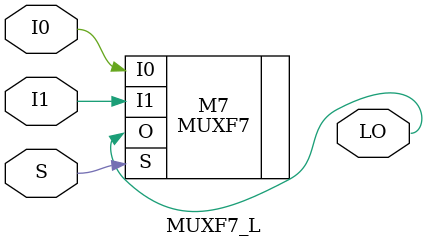
<source format=v>

`timescale  1 ps / 1 ps

module MUXF7_L (LO, I0, I1, S);

    output LO;

    input  I0, I1, S;

    MUXF7 M7 (.O(LO), .I0(I0), .I1(I1), .S(S));

endmodule

</source>
